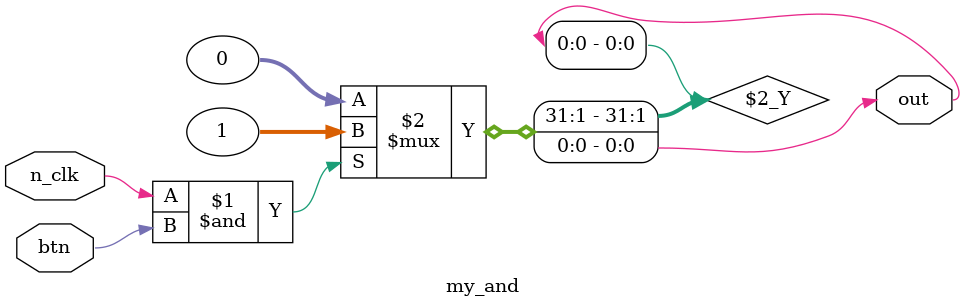
<source format=sv>
module my_and (n_clk, btn, out);

input logic n_clk, btn;
output logic out;

assign out = (n_clk & btn) ? (1) : (0);

endmodule

</source>
